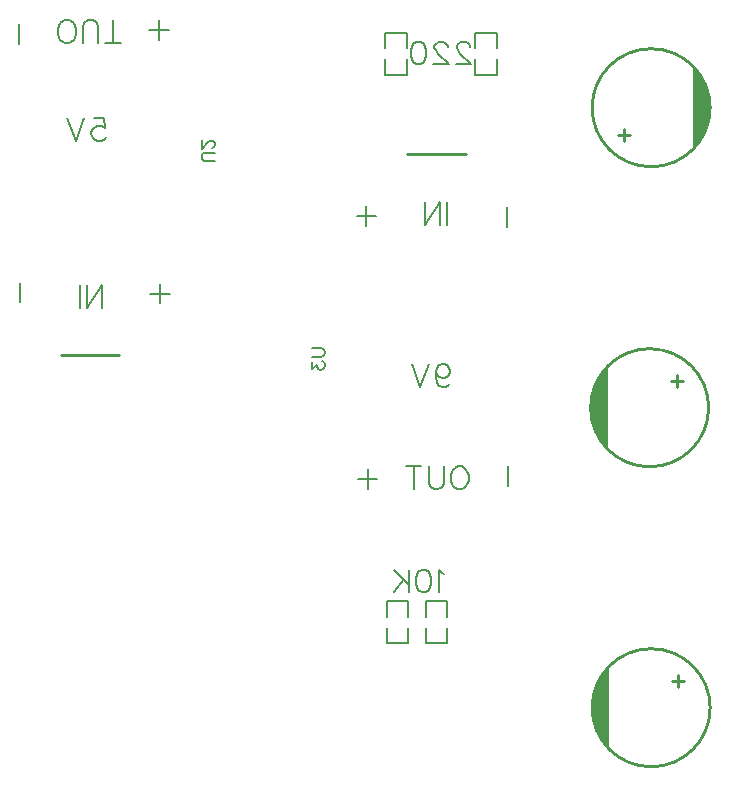
<source format=gbo>
G04 Layer: BottomSilkscreenLayer*
G04 EasyEDA v6.5.54, 2026-02-03 19:04:38*
G04 9173210c2a1045c2b90a711feb310df5,b3696df828ae431383eed25e92d68677,10*
G04 Gerber Generator version 0.2*
G04 Scale: 100 percent, Rotated: No, Reflected: No *
G04 Dimensions in millimeters *
G04 leading zeros omitted , absolute positions ,4 integer and 5 decimal *
%FSLAX45Y45*%
%MOMM*%

%ADD10C,0.2032*%
%ADD11C,0.1524*%
%ADD12C,0.2540*%
%ADD13C,0.0179*%

%LPD*%
D10*
X6887301Y5079431D02*
G01*
X6978210Y5079431D01*
X6987301Y4997612D01*
X6978210Y5006703D01*
X6950938Y5015793D01*
X6923664Y5015793D01*
X6896392Y5006703D01*
X6878210Y4988521D01*
X6869120Y4961249D01*
X6869120Y4943066D01*
X6878210Y4915794D01*
X6896392Y4897612D01*
X6923664Y4888522D01*
X6950938Y4888522D01*
X6978210Y4897612D01*
X6987301Y4906703D01*
X6996391Y4924884D01*
X6809120Y5079431D02*
G01*
X6736392Y4888522D01*
X6663664Y5079431D02*
G01*
X6736392Y4888522D01*
X9787818Y2932181D02*
G01*
X9796909Y2904909D01*
X9815090Y2886727D01*
X9842362Y2877637D01*
X9851453Y2877637D01*
X9878728Y2886727D01*
X9896909Y2904909D01*
X9906000Y2932181D01*
X9906000Y2941271D01*
X9896909Y2968546D01*
X9878728Y2986727D01*
X9851453Y2995818D01*
X9842362Y2995818D01*
X9815090Y2986727D01*
X9796909Y2968546D01*
X9787818Y2932181D01*
X9787818Y2886727D01*
X9796909Y2841271D01*
X9815090Y2813999D01*
X9842362Y2804909D01*
X9860546Y2804909D01*
X9887818Y2813999D01*
X9896909Y2832181D01*
X9727818Y2995818D02*
G01*
X9655091Y2804909D01*
X9582363Y2995818D02*
G01*
X9655091Y2804909D01*
X9855200Y1222202D02*
G01*
X9836726Y1231437D01*
X9809017Y1259146D01*
X9809017Y1065184D01*
X9692640Y1259146D02*
G01*
X9720348Y1249911D01*
X9738822Y1222202D01*
X9748057Y1176020D01*
X9748057Y1148311D01*
X9738822Y1102128D01*
X9720348Y1074420D01*
X9692640Y1065184D01*
X9674166Y1065184D01*
X9646457Y1074420D01*
X9627984Y1102128D01*
X9618748Y1148311D01*
X9618748Y1176020D01*
X9627984Y1222202D01*
X9646457Y1249911D01*
X9674166Y1259146D01*
X9692640Y1259146D01*
X9557788Y1259146D02*
G01*
X9557788Y1065184D01*
X9428479Y1259146D02*
G01*
X9557788Y1129837D01*
X9511606Y1176020D02*
G01*
X9428479Y1065184D01*
X10074564Y5683364D02*
G01*
X10074564Y5692602D01*
X10065326Y5711075D01*
X10056091Y5720311D01*
X10037617Y5729546D01*
X10000673Y5729546D01*
X9982200Y5720311D01*
X9972964Y5711075D01*
X9963726Y5692602D01*
X9963726Y5674128D01*
X9972964Y5655655D01*
X9991435Y5627946D01*
X10083800Y5535584D01*
X9954491Y5535584D01*
X9884295Y5683364D02*
G01*
X9884295Y5692602D01*
X9875057Y5711075D01*
X9865822Y5720311D01*
X9847348Y5729546D01*
X9810404Y5729546D01*
X9791931Y5720311D01*
X9782695Y5711075D01*
X9773457Y5692602D01*
X9773457Y5674128D01*
X9782695Y5655655D01*
X9801166Y5627946D01*
X9893531Y5535584D01*
X9764222Y5535584D01*
X9647844Y5729546D02*
G01*
X9675553Y5720311D01*
X9694024Y5692602D01*
X9703262Y5646420D01*
X9703262Y5618711D01*
X9694024Y5572528D01*
X9675553Y5544820D01*
X9647844Y5535584D01*
X9629371Y5535584D01*
X9601662Y5544820D01*
X9583188Y5572528D01*
X9573953Y5618711D01*
X9573953Y5646420D01*
X9583188Y5692602D01*
X9601662Y5720311D01*
X9629371Y5729546D01*
X9647844Y5729546D01*
D11*
X8736586Y3132124D02*
G01*
X8814518Y3132124D01*
X8830104Y3126930D01*
X8840495Y3116539D01*
X8845689Y3100951D01*
X8845689Y3090560D01*
X8840495Y3074974D01*
X8830104Y3064583D01*
X8814518Y3059389D01*
X8736586Y3059389D01*
X8736586Y3014708D02*
G01*
X8736586Y2957558D01*
X8778151Y2988729D01*
X8778151Y2973143D01*
X8783345Y2962752D01*
X8788539Y2957558D01*
X8804127Y2952361D01*
X8814518Y2952361D01*
X8830104Y2957558D01*
X8840495Y2967949D01*
X8845689Y2983534D01*
X8845689Y2999120D01*
X8840495Y3014708D01*
X8835301Y3019902D01*
X8824909Y3025099D01*
D10*
X10397535Y2136688D02*
G01*
X10397535Y1970318D01*
X9124480Y2023630D02*
G01*
X9290596Y2023630D01*
X9207538Y2106688D02*
G01*
X9207538Y1940318D01*
X10387535Y4326684D02*
G01*
X10387535Y4160314D01*
X10006360Y2131794D02*
G01*
X10024902Y2122396D01*
X10043190Y2103854D01*
X10052588Y2085566D01*
X10061732Y2057880D01*
X10061732Y2011652D01*
X10052588Y1983966D01*
X10043190Y1965424D01*
X10024902Y1946882D01*
X10006360Y1937738D01*
X9969276Y1937738D01*
X9950988Y1946882D01*
X9932446Y1965424D01*
X9923302Y1983966D01*
X9913904Y2011652D01*
X9913904Y2057880D01*
X9923302Y2085566D01*
X9932446Y2103854D01*
X9950988Y2122396D01*
X9969276Y2131794D01*
X10006360Y2131794D01*
X9852944Y2131794D02*
G01*
X9852944Y1993110D01*
X9843800Y1965424D01*
X9825258Y1946882D01*
X9797572Y1937738D01*
X9779030Y1937738D01*
X9751344Y1946882D01*
X9733056Y1965424D01*
X9723658Y1993110D01*
X9723658Y2131794D01*
X9598182Y2131794D02*
G01*
X9598182Y1937738D01*
X9662698Y2131794D02*
G01*
X9533412Y2131794D01*
X9881649Y4371555D02*
G01*
X9881649Y4177753D01*
X9820689Y4371555D02*
G01*
X9820689Y4177753D01*
X9820689Y4371555D02*
G01*
X9691403Y4177753D01*
X9691403Y4371555D02*
G01*
X9691403Y4177753D01*
X9114363Y4253565D02*
G01*
X9280733Y4253565D01*
X9197421Y4336623D02*
G01*
X9197421Y4170253D01*
D11*
X7913080Y4716480D02*
G01*
X7835102Y4716480D01*
X7819608Y4721560D01*
X7809194Y4731974D01*
X7804114Y4747722D01*
X7804114Y4758136D01*
X7809194Y4773630D01*
X7819608Y4784044D01*
X7835102Y4789124D01*
X7913080Y4789124D01*
X7887172Y4828748D02*
G01*
X7892252Y4828748D01*
X7902666Y4833828D01*
X7908000Y4839162D01*
X7913080Y4849576D01*
X7913080Y4870150D01*
X7908000Y4880564D01*
X7902666Y4885898D01*
X7892252Y4890978D01*
X7881838Y4890978D01*
X7871424Y4885898D01*
X7855930Y4875484D01*
X7804114Y4823414D01*
X7804114Y4896312D01*
D10*
X6252209Y5711946D02*
G01*
X6252209Y5878316D01*
X7525265Y5825004D02*
G01*
X7359149Y5825004D01*
X7442207Y5741946D02*
G01*
X7442207Y5908316D01*
X6262209Y3521951D02*
G01*
X6262209Y3688321D01*
X6643385Y5716841D02*
G01*
X6624843Y5726239D01*
X6606555Y5744781D01*
X6597157Y5763069D01*
X6588013Y5790755D01*
X6588013Y5836983D01*
X6597157Y5864669D01*
X6606555Y5883211D01*
X6624843Y5901753D01*
X6643385Y5910897D01*
X6680469Y5910897D01*
X6698757Y5901753D01*
X6717299Y5883211D01*
X6726443Y5864669D01*
X6735841Y5836983D01*
X6735841Y5790755D01*
X6726443Y5763069D01*
X6717299Y5744781D01*
X6698757Y5726239D01*
X6680469Y5716841D01*
X6643385Y5716841D01*
X6796801Y5716841D02*
G01*
X6796801Y5855525D01*
X6805945Y5883211D01*
X6824487Y5901753D01*
X6852173Y5910897D01*
X6870715Y5910897D01*
X6898401Y5901753D01*
X6916689Y5883211D01*
X6926087Y5855525D01*
X6926087Y5716841D01*
X7051563Y5716841D02*
G01*
X7051563Y5910897D01*
X6987047Y5716841D02*
G01*
X7116333Y5716841D01*
X6768096Y3477079D02*
G01*
X6768096Y3670881D01*
X6829056Y3477079D02*
G01*
X6829056Y3670881D01*
X6829056Y3477079D02*
G01*
X6958342Y3670881D01*
X6958342Y3477079D02*
G01*
X6958342Y3670881D01*
X7535382Y3595070D02*
G01*
X7369012Y3595070D01*
X7452324Y3512012D02*
G01*
X7452324Y3678382D01*
G36*
X11963400Y5524500D02*
G01*
X11963400Y4813300D01*
X12090400Y5016500D01*
X12115800Y5118100D01*
X12090400Y5270500D01*
X12039600Y5422900D01*
G37*
G36*
X11239500Y2984500D02*
G01*
X11112500Y2781300D01*
X11087100Y2679700D01*
X11112500Y2527300D01*
X11163300Y2374900D01*
X11239500Y2273300D01*
G37*
G36*
X11252200Y444500D02*
G01*
X11125200Y241300D01*
X11099800Y139700D01*
X11125200Y-12700D01*
X11176000Y-165100D01*
X11252200Y-266700D01*
G37*
D12*
X11328400Y4940300D02*
G01*
X11430000Y4940300D01*
X11379200Y4889500D02*
G01*
X11379200Y4991100D01*
X11874500Y2857500D02*
G01*
X11772900Y2857500D01*
X11823700Y2908300D02*
G01*
X11823700Y2806700D01*
X11887200Y317500D02*
G01*
X11785600Y317500D01*
X11836400Y368300D02*
G01*
X11836400Y266700D01*
D11*
X9540509Y5578480D02*
G01*
X9540509Y5449986D01*
X9357090Y5449986D01*
X9357090Y5578480D01*
X9540509Y5673719D02*
G01*
X9540509Y5802213D01*
X9357090Y5802213D01*
X9357090Y5673719D01*
X9699990Y860419D02*
G01*
X9699990Y988913D01*
X9883409Y988913D01*
X9883409Y860419D01*
X9699990Y765180D02*
G01*
X9699990Y636686D01*
X9883409Y636686D01*
X9883409Y765180D01*
X9369790Y860419D02*
G01*
X9369790Y988913D01*
X9553209Y988913D01*
X9553209Y860419D01*
X9369790Y765180D02*
G01*
X9369790Y636686D01*
X9553209Y636686D01*
X9553209Y765180D01*
X10302509Y5578480D02*
G01*
X10302509Y5449986D01*
X10119090Y5449986D01*
X10119090Y5578480D01*
X10302509Y5673719D02*
G01*
X10302509Y5802213D01*
X10119090Y5802213D01*
X10119090Y5673719D01*
D12*
X9544857Y4776632D02*
G01*
X10038633Y4776632D01*
X7104888Y3072003D02*
G01*
X6611111Y3072003D01*
G75*
G01
X12107672Y5168900D02*
G03X12107672Y5168900I-499872J0D01*
G75*
G01
X12094972Y2628900D02*
G03X12094972Y2628900I-499872J0D01*
G75*
G01
X12107672Y88900D02*
G03X12107672Y88900I-499872J0D01*
M02*

</source>
